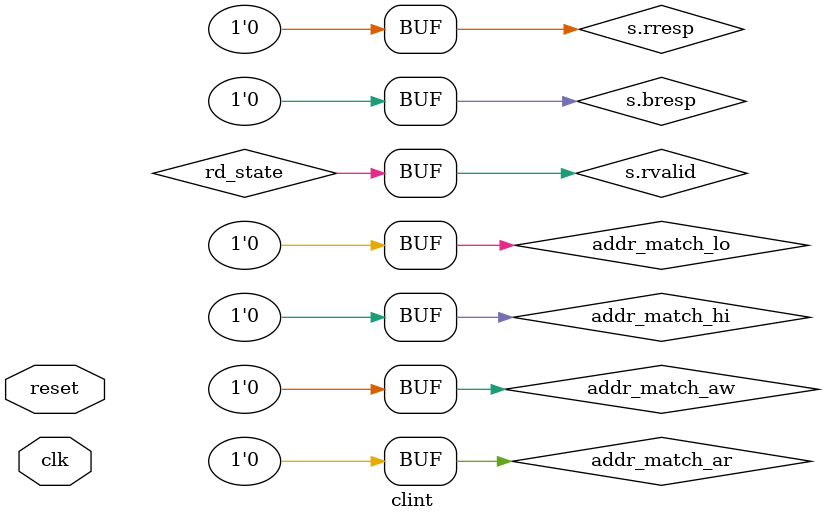
<source format=sv>
/* verilator lint_off DECLFILENAME */

// AXI4-Lite CLINT模块
// 作为slave设备，提供只读的mtime寄存器

module clint #(
    parameter int MTIME_ADDR = 32'h0a000048  // mtime基地址（8字节对齐）
) (
    input logic             clk,
    input logic             reset,
          axi_lite_if.slave s       // 使用interface替代所有独立的AXI信号
);

    // 定义读状态枚举
    typedef enum logic {
        IDLE_RD,
        WAIT_RRESP
    } rd_state_t;

    rd_state_t rd_state, next_rd_state;

    // 定义写状态枚举
    typedef enum logic [1:0] {
        IDLE_WR,
        WAIT_WDATA,
        WAIT_WRESP
    } wr_state_t;

    wr_state_t wr_state, next_wr_state;

    // 地址匹配信号
    logic addr_match_aw;
    logic addr_match_ar;
    logic addr_match_lo;
    logic addr_match_hi;

    assign addr_match_lo = (s.araddr == MTIME_ADDR);  // mtime低32位
    assign addr_match_hi = (s.araddr == MTIME_ADDR + 4);  // mtime高32位
    assign addr_match_ar = addr_match_lo || addr_match_hi;
    assign addr_match_aw = 1'b0;  // CLINT不支持写操作

    // 64位mtime寄存器
    logic [63:0] mtime;

    // mtime每周期加1
    always_ff @(posedge clk) begin
        if (reset) begin
            mtime <= 64'h0;
        end else begin
            mtime <= mtime + 64'h1;
        end
    end

    // 状态机更新逻辑
    always_ff @(posedge clk) begin
        if (reset) begin
            rd_state <= IDLE_RD;
            wr_state <= IDLE_WR;
        end else begin
            rd_state <= next_rd_state;
            wr_state <= next_wr_state;
        end
    end

    // 读状态机next逻辑
    always_comb begin
        unique case (rd_state)
            IDLE_RD: next_rd_state = (s.arvalid && s.arready) ? WAIT_RRESP : IDLE_RD;
            WAIT_RRESP: next_rd_state = (s.rvalid && s.rready) ? IDLE_RD : WAIT_RRESP;
        endcase
    end

    // 写状态机next逻辑
    always_comb begin
        unique case (wr_state)
            IDLE_WR:
            next_wr_state = (s.awvalid && s.awready) ? (s.wvalid && s.wready ? WAIT_WRESP: WAIT_WDATA) : IDLE_WR;
            WAIT_WDATA: next_wr_state = (s.wvalid && s.wready) ? WAIT_WRESP : WAIT_WDATA;
            WAIT_WRESP: next_wr_state = (s.bvalid && s.bready) ? IDLE_WR : WAIT_WRESP;
        endcase
    end

    // 读地址通道
    assign s.arready = (rd_state == IDLE_RD);

    // 读数据通道 - 根据地址返回mtime的低32位或高32位
    logic addr_match_lo_reg, addr_match_hi_reg;
    always @(posedge clk) begin
        if (reset) begin
            addr_match_lo_reg <= 1'b0;
            addr_match_hi_reg <= 1'b0;
        end else if (s.arvalid && s.arready) begin
            addr_match_lo_reg <= addr_match_lo;
            addr_match_hi_reg <= addr_match_hi;
        end
    end
    assign s.rvalid = (rd_state == WAIT_RRESP);
    assign s.rdata = (addr_match_lo_reg ? mtime[31:0] : addr_match_hi_reg ? mtime[63:32] : 32'h0);
    assign s.rresp = addr_match_ar ? 2'b00 : 2'b10;  // OKAY or SLVERR

    // import "DPI-C" function int pmem_read_npc(input int raddr);
    // always_comb begin
    //     if(rd_state == WAIT_RRESP) begin
    //         s.rdata = pmem_read_npc(s.araddr);
    //     end
    // end

    // 写地址通道
    assign s.awready = (wr_state == IDLE_WR);

    // 写数据通道
    assign s.wready = (wr_state == IDLE_WR || wr_state == WAIT_WDATA);

    // 写回复通道 - CLINT不支持写操作，返回错误
    assign s.bvalid = (wr_state == WAIT_WRESP);
    assign s.bresp = 2'b10;  // SLVERR - 从设备错误

endmodule

</source>
